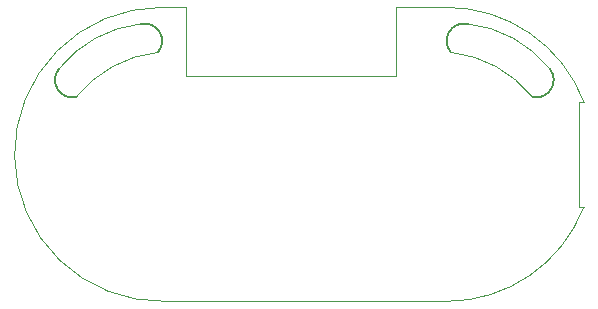
<source format=gbr>
G04 #@! TF.GenerationSoftware,KiCad,Pcbnew,(5.1.10)-1*
G04 #@! TF.CreationDate,2021-07-14T09:56:37-05:00*
G04 #@! TF.ProjectId,temp sensor,74656d70-2073-4656-9e73-6f722e6b6963,0.2*
G04 #@! TF.SameCoordinates,Original*
G04 #@! TF.FileFunction,Profile,NP*
%FSLAX45Y45*%
G04 Gerber Fmt 4.5, Leading zero omitted, Abs format (unit mm)*
G04 Created by KiCad (PCBNEW (5.1.10)-1) date 2021-07-14 09:56:37*
%MOMM*%
%LPD*%
G01*
G04 APERTURE LIST*
G04 #@! TA.AperFunction,Profile*
%ADD10C,0.150000*%
G04 #@! TD*
G04 #@! TA.AperFunction,Profile*
%ADD11C,0.050000*%
G04 #@! TD*
G04 APERTURE END LIST*
D10*
X12073722Y-8539419D02*
G75*
G03*
X12218823Y-8780259I113778J-95581D01*
G01*
X12910037Y-8401253D02*
G75*
G03*
X12765072Y-8160509I-112537J96253D01*
G01*
D11*
X12073967Y-8539626D02*
G75*
G02*
X12765072Y-8160509I801104J-640884D01*
G01*
X12218823Y-8780259D02*
G75*
G02*
X12910037Y-8401253I800781J-640625D01*
G01*
X16081177Y-8780259D02*
G75*
G03*
X15389963Y-8401253I-800781J-640625D01*
G01*
X16226033Y-8539626D02*
G75*
G03*
X15534928Y-8160509I-801104J-640884D01*
G01*
D10*
X16226278Y-8539419D02*
G75*
G02*
X16081177Y-8780259I-113778J-95581D01*
G01*
X15389963Y-8401253D02*
G75*
G02*
X15534928Y-8160509I112537J96253D01*
G01*
D11*
X16516811Y-9708996D02*
G75*
G02*
X15354100Y-10509600I-1162711J443996D01*
G01*
X14922300Y-8604600D02*
X13144300Y-8604600D01*
X13144300Y-8604600D02*
X13144300Y-8020400D01*
X16516436Y-8820024D02*
X16471636Y-8820024D01*
X16471700Y-9709000D02*
X16471636Y-8820024D01*
X16516436Y-8820024D02*
G75*
G03*
X15354100Y-8020400I-1162336J-444976D01*
G01*
X15354100Y-10509600D02*
X12971508Y-10509229D01*
X14922300Y-8020400D02*
X14922300Y-8604600D01*
X13144300Y-8020400D02*
X12941100Y-8020400D01*
X15354100Y-8020400D02*
X14922300Y-8020400D01*
X16471700Y-9709000D02*
X16516811Y-9708996D01*
X12971508Y-10509229D02*
G75*
G02*
X12941100Y-8020400I-30408J1244229D01*
G01*
M02*

</source>
